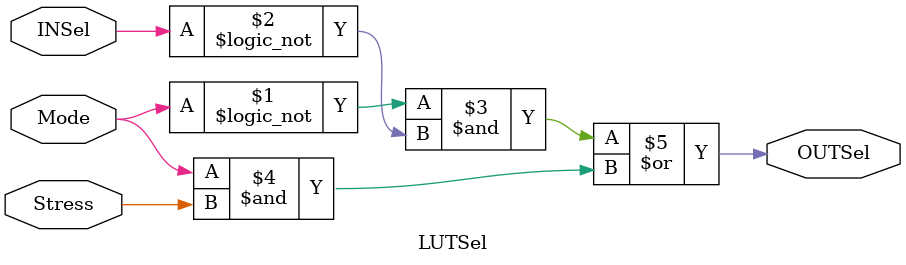
<source format=v>
`timescale 1ns / 1ps
module LUTSel(INSel, Mode, Stress, OUTSel);
	input INSel, Mode, Stress;
	output OUTSel;
	
	
	assign OUTSel = ((!Mode & !INSel) | (Mode & Stress));
	


endmodule

</source>
